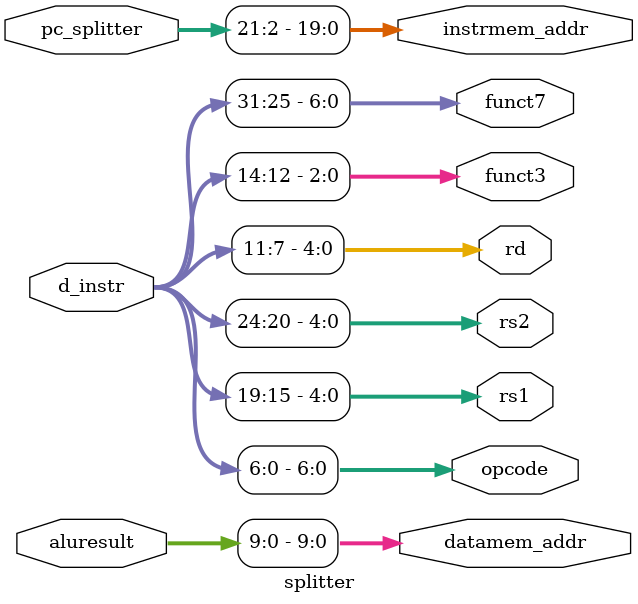
<source format=sv>
module splitter 
(
input logic [31:0] d_instr , pc_splitter , aluresult ,
output logic [6:0] opcode ,
output logic [4:0] rs1,rs2,rd,
output logic [2:0] funct3,
output logic [6:0] funct7,
output logic [19:0] instrmem_addr,
output logic [9:0] datamem_addr );
always_comb begin
opcode = d_instr[6:0];
rd = d_instr[11:7];
rs1 = d_instr[19:15];
rs2 = d_instr[24:20];
funct3 = d_instr[14:12];
funct7 = d_instr[31:25];
instrmem_addr = pc_splitter[21:2];
datamem_addr = aluresult[9:0];
end
endmodule

</source>
